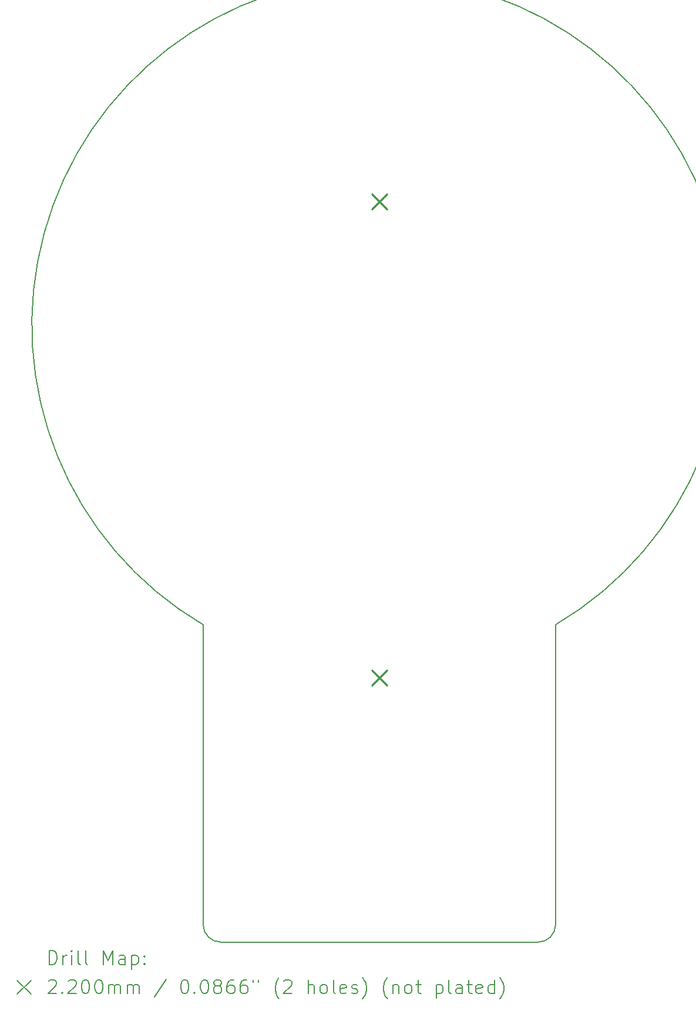
<source format=gbr>
%TF.GenerationSoftware,KiCad,Pcbnew,7.0.8*%
%TF.CreationDate,2023-11-22T11:24:06+01:00*%
%TF.ProjectId,ATMegaSpin,41544d65-6761-4537-9069-6e2e6b696361,2*%
%TF.SameCoordinates,Original*%
%TF.FileFunction,Drillmap*%
%TF.FilePolarity,Positive*%
%FSLAX45Y45*%
G04 Gerber Fmt 4.5, Leading zero omitted, Abs format (unit mm)*
G04 Created by KiCad (PCBNEW 7.0.8) date 2023-11-22 11:24:06*
%MOMM*%
%LPD*%
G01*
G04 APERTURE LIST*
%ADD10C,0.200000*%
%ADD11C,0.220000*%
G04 APERTURE END LIST*
D10*
X12626700Y-16969890D02*
X17198700Y-16969890D01*
X17452700Y-12397890D02*
X17452700Y-16715890D01*
X12372700Y-16715890D02*
G75*
G03*
X12626700Y-16969890I254000J0D01*
G01*
X17198700Y-16969890D02*
G75*
G03*
X17452700Y-16715890I0J254000D01*
G01*
X12372700Y-16715890D02*
X12372700Y-12397890D01*
X17452700Y-12397890D02*
G75*
G03*
X12372700Y-12397890I-2540000J4318000D01*
G01*
D11*
X14802700Y-6191890D02*
X15022700Y-6411890D01*
X15022700Y-6191890D02*
X14802700Y-6411890D01*
X14802700Y-13049890D02*
X15022700Y-13269890D01*
X15022700Y-13049890D02*
X14802700Y-13269890D01*
D10*
X10153814Y-17291374D02*
X10153814Y-17091374D01*
X10153814Y-17091374D02*
X10201433Y-17091374D01*
X10201433Y-17091374D02*
X10230004Y-17100898D01*
X10230004Y-17100898D02*
X10249052Y-17119945D01*
X10249052Y-17119945D02*
X10258576Y-17138993D01*
X10258576Y-17138993D02*
X10268100Y-17177088D01*
X10268100Y-17177088D02*
X10268100Y-17205660D01*
X10268100Y-17205660D02*
X10258576Y-17243755D01*
X10258576Y-17243755D02*
X10249052Y-17262802D01*
X10249052Y-17262802D02*
X10230004Y-17281850D01*
X10230004Y-17281850D02*
X10201433Y-17291374D01*
X10201433Y-17291374D02*
X10153814Y-17291374D01*
X10353814Y-17291374D02*
X10353814Y-17158040D01*
X10353814Y-17196136D02*
X10363338Y-17177088D01*
X10363338Y-17177088D02*
X10372862Y-17167564D01*
X10372862Y-17167564D02*
X10391909Y-17158040D01*
X10391909Y-17158040D02*
X10410957Y-17158040D01*
X10477623Y-17291374D02*
X10477623Y-17158040D01*
X10477623Y-17091374D02*
X10468100Y-17100898D01*
X10468100Y-17100898D02*
X10477623Y-17110421D01*
X10477623Y-17110421D02*
X10487147Y-17100898D01*
X10487147Y-17100898D02*
X10477623Y-17091374D01*
X10477623Y-17091374D02*
X10477623Y-17110421D01*
X10601433Y-17291374D02*
X10582385Y-17281850D01*
X10582385Y-17281850D02*
X10572862Y-17262802D01*
X10572862Y-17262802D02*
X10572862Y-17091374D01*
X10706195Y-17291374D02*
X10687147Y-17281850D01*
X10687147Y-17281850D02*
X10677623Y-17262802D01*
X10677623Y-17262802D02*
X10677623Y-17091374D01*
X10934766Y-17291374D02*
X10934766Y-17091374D01*
X10934766Y-17091374D02*
X11001433Y-17234231D01*
X11001433Y-17234231D02*
X11068100Y-17091374D01*
X11068100Y-17091374D02*
X11068100Y-17291374D01*
X11249052Y-17291374D02*
X11249052Y-17186612D01*
X11249052Y-17186612D02*
X11239528Y-17167564D01*
X11239528Y-17167564D02*
X11220481Y-17158040D01*
X11220481Y-17158040D02*
X11182385Y-17158040D01*
X11182385Y-17158040D02*
X11163338Y-17167564D01*
X11249052Y-17281850D02*
X11230004Y-17291374D01*
X11230004Y-17291374D02*
X11182385Y-17291374D01*
X11182385Y-17291374D02*
X11163338Y-17281850D01*
X11163338Y-17281850D02*
X11153814Y-17262802D01*
X11153814Y-17262802D02*
X11153814Y-17243755D01*
X11153814Y-17243755D02*
X11163338Y-17224707D01*
X11163338Y-17224707D02*
X11182385Y-17215183D01*
X11182385Y-17215183D02*
X11230004Y-17215183D01*
X11230004Y-17215183D02*
X11249052Y-17205660D01*
X11344290Y-17158040D02*
X11344290Y-17358040D01*
X11344290Y-17167564D02*
X11363338Y-17158040D01*
X11363338Y-17158040D02*
X11401433Y-17158040D01*
X11401433Y-17158040D02*
X11420481Y-17167564D01*
X11420481Y-17167564D02*
X11430004Y-17177088D01*
X11430004Y-17177088D02*
X11439528Y-17196136D01*
X11439528Y-17196136D02*
X11439528Y-17253279D01*
X11439528Y-17253279D02*
X11430004Y-17272326D01*
X11430004Y-17272326D02*
X11420481Y-17281850D01*
X11420481Y-17281850D02*
X11401433Y-17291374D01*
X11401433Y-17291374D02*
X11363338Y-17291374D01*
X11363338Y-17291374D02*
X11344290Y-17281850D01*
X11525242Y-17272326D02*
X11534766Y-17281850D01*
X11534766Y-17281850D02*
X11525242Y-17291374D01*
X11525242Y-17291374D02*
X11515719Y-17281850D01*
X11515719Y-17281850D02*
X11525242Y-17272326D01*
X11525242Y-17272326D02*
X11525242Y-17291374D01*
X11525242Y-17167564D02*
X11534766Y-17177088D01*
X11534766Y-17177088D02*
X11525242Y-17186612D01*
X11525242Y-17186612D02*
X11515719Y-17177088D01*
X11515719Y-17177088D02*
X11525242Y-17167564D01*
X11525242Y-17167564D02*
X11525242Y-17186612D01*
X9693037Y-17519890D02*
X9893037Y-17719890D01*
X9893037Y-17519890D02*
X9693037Y-17719890D01*
X10144290Y-17530421D02*
X10153814Y-17520898D01*
X10153814Y-17520898D02*
X10172862Y-17511374D01*
X10172862Y-17511374D02*
X10220481Y-17511374D01*
X10220481Y-17511374D02*
X10239528Y-17520898D01*
X10239528Y-17520898D02*
X10249052Y-17530421D01*
X10249052Y-17530421D02*
X10258576Y-17549469D01*
X10258576Y-17549469D02*
X10258576Y-17568517D01*
X10258576Y-17568517D02*
X10249052Y-17597088D01*
X10249052Y-17597088D02*
X10134766Y-17711374D01*
X10134766Y-17711374D02*
X10258576Y-17711374D01*
X10344290Y-17692326D02*
X10353814Y-17701850D01*
X10353814Y-17701850D02*
X10344290Y-17711374D01*
X10344290Y-17711374D02*
X10334766Y-17701850D01*
X10334766Y-17701850D02*
X10344290Y-17692326D01*
X10344290Y-17692326D02*
X10344290Y-17711374D01*
X10430004Y-17530421D02*
X10439528Y-17520898D01*
X10439528Y-17520898D02*
X10458576Y-17511374D01*
X10458576Y-17511374D02*
X10506195Y-17511374D01*
X10506195Y-17511374D02*
X10525243Y-17520898D01*
X10525243Y-17520898D02*
X10534766Y-17530421D01*
X10534766Y-17530421D02*
X10544290Y-17549469D01*
X10544290Y-17549469D02*
X10544290Y-17568517D01*
X10544290Y-17568517D02*
X10534766Y-17597088D01*
X10534766Y-17597088D02*
X10420481Y-17711374D01*
X10420481Y-17711374D02*
X10544290Y-17711374D01*
X10668100Y-17511374D02*
X10687147Y-17511374D01*
X10687147Y-17511374D02*
X10706195Y-17520898D01*
X10706195Y-17520898D02*
X10715719Y-17530421D01*
X10715719Y-17530421D02*
X10725243Y-17549469D01*
X10725243Y-17549469D02*
X10734766Y-17587564D01*
X10734766Y-17587564D02*
X10734766Y-17635183D01*
X10734766Y-17635183D02*
X10725243Y-17673279D01*
X10725243Y-17673279D02*
X10715719Y-17692326D01*
X10715719Y-17692326D02*
X10706195Y-17701850D01*
X10706195Y-17701850D02*
X10687147Y-17711374D01*
X10687147Y-17711374D02*
X10668100Y-17711374D01*
X10668100Y-17711374D02*
X10649052Y-17701850D01*
X10649052Y-17701850D02*
X10639528Y-17692326D01*
X10639528Y-17692326D02*
X10630004Y-17673279D01*
X10630004Y-17673279D02*
X10620481Y-17635183D01*
X10620481Y-17635183D02*
X10620481Y-17587564D01*
X10620481Y-17587564D02*
X10630004Y-17549469D01*
X10630004Y-17549469D02*
X10639528Y-17530421D01*
X10639528Y-17530421D02*
X10649052Y-17520898D01*
X10649052Y-17520898D02*
X10668100Y-17511374D01*
X10858576Y-17511374D02*
X10877624Y-17511374D01*
X10877624Y-17511374D02*
X10896671Y-17520898D01*
X10896671Y-17520898D02*
X10906195Y-17530421D01*
X10906195Y-17530421D02*
X10915719Y-17549469D01*
X10915719Y-17549469D02*
X10925243Y-17587564D01*
X10925243Y-17587564D02*
X10925243Y-17635183D01*
X10925243Y-17635183D02*
X10915719Y-17673279D01*
X10915719Y-17673279D02*
X10906195Y-17692326D01*
X10906195Y-17692326D02*
X10896671Y-17701850D01*
X10896671Y-17701850D02*
X10877624Y-17711374D01*
X10877624Y-17711374D02*
X10858576Y-17711374D01*
X10858576Y-17711374D02*
X10839528Y-17701850D01*
X10839528Y-17701850D02*
X10830004Y-17692326D01*
X10830004Y-17692326D02*
X10820481Y-17673279D01*
X10820481Y-17673279D02*
X10810957Y-17635183D01*
X10810957Y-17635183D02*
X10810957Y-17587564D01*
X10810957Y-17587564D02*
X10820481Y-17549469D01*
X10820481Y-17549469D02*
X10830004Y-17530421D01*
X10830004Y-17530421D02*
X10839528Y-17520898D01*
X10839528Y-17520898D02*
X10858576Y-17511374D01*
X11010957Y-17711374D02*
X11010957Y-17578040D01*
X11010957Y-17597088D02*
X11020481Y-17587564D01*
X11020481Y-17587564D02*
X11039528Y-17578040D01*
X11039528Y-17578040D02*
X11068100Y-17578040D01*
X11068100Y-17578040D02*
X11087147Y-17587564D01*
X11087147Y-17587564D02*
X11096671Y-17606612D01*
X11096671Y-17606612D02*
X11096671Y-17711374D01*
X11096671Y-17606612D02*
X11106195Y-17587564D01*
X11106195Y-17587564D02*
X11125243Y-17578040D01*
X11125243Y-17578040D02*
X11153814Y-17578040D01*
X11153814Y-17578040D02*
X11172862Y-17587564D01*
X11172862Y-17587564D02*
X11182385Y-17606612D01*
X11182385Y-17606612D02*
X11182385Y-17711374D01*
X11277623Y-17711374D02*
X11277623Y-17578040D01*
X11277623Y-17597088D02*
X11287147Y-17587564D01*
X11287147Y-17587564D02*
X11306195Y-17578040D01*
X11306195Y-17578040D02*
X11334766Y-17578040D01*
X11334766Y-17578040D02*
X11353814Y-17587564D01*
X11353814Y-17587564D02*
X11363338Y-17606612D01*
X11363338Y-17606612D02*
X11363338Y-17711374D01*
X11363338Y-17606612D02*
X11372862Y-17587564D01*
X11372862Y-17587564D02*
X11391909Y-17578040D01*
X11391909Y-17578040D02*
X11420481Y-17578040D01*
X11420481Y-17578040D02*
X11439528Y-17587564D01*
X11439528Y-17587564D02*
X11449052Y-17606612D01*
X11449052Y-17606612D02*
X11449052Y-17711374D01*
X11839528Y-17501850D02*
X11668100Y-17758993D01*
X12096671Y-17511374D02*
X12115719Y-17511374D01*
X12115719Y-17511374D02*
X12134766Y-17520898D01*
X12134766Y-17520898D02*
X12144290Y-17530421D01*
X12144290Y-17530421D02*
X12153814Y-17549469D01*
X12153814Y-17549469D02*
X12163338Y-17587564D01*
X12163338Y-17587564D02*
X12163338Y-17635183D01*
X12163338Y-17635183D02*
X12153814Y-17673279D01*
X12153814Y-17673279D02*
X12144290Y-17692326D01*
X12144290Y-17692326D02*
X12134766Y-17701850D01*
X12134766Y-17701850D02*
X12115719Y-17711374D01*
X12115719Y-17711374D02*
X12096671Y-17711374D01*
X12096671Y-17711374D02*
X12077624Y-17701850D01*
X12077624Y-17701850D02*
X12068100Y-17692326D01*
X12068100Y-17692326D02*
X12058576Y-17673279D01*
X12058576Y-17673279D02*
X12049052Y-17635183D01*
X12049052Y-17635183D02*
X12049052Y-17587564D01*
X12049052Y-17587564D02*
X12058576Y-17549469D01*
X12058576Y-17549469D02*
X12068100Y-17530421D01*
X12068100Y-17530421D02*
X12077624Y-17520898D01*
X12077624Y-17520898D02*
X12096671Y-17511374D01*
X12249052Y-17692326D02*
X12258576Y-17701850D01*
X12258576Y-17701850D02*
X12249052Y-17711374D01*
X12249052Y-17711374D02*
X12239528Y-17701850D01*
X12239528Y-17701850D02*
X12249052Y-17692326D01*
X12249052Y-17692326D02*
X12249052Y-17711374D01*
X12382385Y-17511374D02*
X12401433Y-17511374D01*
X12401433Y-17511374D02*
X12420481Y-17520898D01*
X12420481Y-17520898D02*
X12430005Y-17530421D01*
X12430005Y-17530421D02*
X12439528Y-17549469D01*
X12439528Y-17549469D02*
X12449052Y-17587564D01*
X12449052Y-17587564D02*
X12449052Y-17635183D01*
X12449052Y-17635183D02*
X12439528Y-17673279D01*
X12439528Y-17673279D02*
X12430005Y-17692326D01*
X12430005Y-17692326D02*
X12420481Y-17701850D01*
X12420481Y-17701850D02*
X12401433Y-17711374D01*
X12401433Y-17711374D02*
X12382385Y-17711374D01*
X12382385Y-17711374D02*
X12363338Y-17701850D01*
X12363338Y-17701850D02*
X12353814Y-17692326D01*
X12353814Y-17692326D02*
X12344290Y-17673279D01*
X12344290Y-17673279D02*
X12334766Y-17635183D01*
X12334766Y-17635183D02*
X12334766Y-17587564D01*
X12334766Y-17587564D02*
X12344290Y-17549469D01*
X12344290Y-17549469D02*
X12353814Y-17530421D01*
X12353814Y-17530421D02*
X12363338Y-17520898D01*
X12363338Y-17520898D02*
X12382385Y-17511374D01*
X12563338Y-17597088D02*
X12544290Y-17587564D01*
X12544290Y-17587564D02*
X12534766Y-17578040D01*
X12534766Y-17578040D02*
X12525243Y-17558993D01*
X12525243Y-17558993D02*
X12525243Y-17549469D01*
X12525243Y-17549469D02*
X12534766Y-17530421D01*
X12534766Y-17530421D02*
X12544290Y-17520898D01*
X12544290Y-17520898D02*
X12563338Y-17511374D01*
X12563338Y-17511374D02*
X12601433Y-17511374D01*
X12601433Y-17511374D02*
X12620481Y-17520898D01*
X12620481Y-17520898D02*
X12630005Y-17530421D01*
X12630005Y-17530421D02*
X12639528Y-17549469D01*
X12639528Y-17549469D02*
X12639528Y-17558993D01*
X12639528Y-17558993D02*
X12630005Y-17578040D01*
X12630005Y-17578040D02*
X12620481Y-17587564D01*
X12620481Y-17587564D02*
X12601433Y-17597088D01*
X12601433Y-17597088D02*
X12563338Y-17597088D01*
X12563338Y-17597088D02*
X12544290Y-17606612D01*
X12544290Y-17606612D02*
X12534766Y-17616136D01*
X12534766Y-17616136D02*
X12525243Y-17635183D01*
X12525243Y-17635183D02*
X12525243Y-17673279D01*
X12525243Y-17673279D02*
X12534766Y-17692326D01*
X12534766Y-17692326D02*
X12544290Y-17701850D01*
X12544290Y-17701850D02*
X12563338Y-17711374D01*
X12563338Y-17711374D02*
X12601433Y-17711374D01*
X12601433Y-17711374D02*
X12620481Y-17701850D01*
X12620481Y-17701850D02*
X12630005Y-17692326D01*
X12630005Y-17692326D02*
X12639528Y-17673279D01*
X12639528Y-17673279D02*
X12639528Y-17635183D01*
X12639528Y-17635183D02*
X12630005Y-17616136D01*
X12630005Y-17616136D02*
X12620481Y-17606612D01*
X12620481Y-17606612D02*
X12601433Y-17597088D01*
X12810957Y-17511374D02*
X12772862Y-17511374D01*
X12772862Y-17511374D02*
X12753814Y-17520898D01*
X12753814Y-17520898D02*
X12744290Y-17530421D01*
X12744290Y-17530421D02*
X12725243Y-17558993D01*
X12725243Y-17558993D02*
X12715719Y-17597088D01*
X12715719Y-17597088D02*
X12715719Y-17673279D01*
X12715719Y-17673279D02*
X12725243Y-17692326D01*
X12725243Y-17692326D02*
X12734766Y-17701850D01*
X12734766Y-17701850D02*
X12753814Y-17711374D01*
X12753814Y-17711374D02*
X12791909Y-17711374D01*
X12791909Y-17711374D02*
X12810957Y-17701850D01*
X12810957Y-17701850D02*
X12820481Y-17692326D01*
X12820481Y-17692326D02*
X12830005Y-17673279D01*
X12830005Y-17673279D02*
X12830005Y-17625660D01*
X12830005Y-17625660D02*
X12820481Y-17606612D01*
X12820481Y-17606612D02*
X12810957Y-17597088D01*
X12810957Y-17597088D02*
X12791909Y-17587564D01*
X12791909Y-17587564D02*
X12753814Y-17587564D01*
X12753814Y-17587564D02*
X12734766Y-17597088D01*
X12734766Y-17597088D02*
X12725243Y-17606612D01*
X12725243Y-17606612D02*
X12715719Y-17625660D01*
X13001433Y-17511374D02*
X12963338Y-17511374D01*
X12963338Y-17511374D02*
X12944290Y-17520898D01*
X12944290Y-17520898D02*
X12934766Y-17530421D01*
X12934766Y-17530421D02*
X12915719Y-17558993D01*
X12915719Y-17558993D02*
X12906195Y-17597088D01*
X12906195Y-17597088D02*
X12906195Y-17673279D01*
X12906195Y-17673279D02*
X12915719Y-17692326D01*
X12915719Y-17692326D02*
X12925243Y-17701850D01*
X12925243Y-17701850D02*
X12944290Y-17711374D01*
X12944290Y-17711374D02*
X12982386Y-17711374D01*
X12982386Y-17711374D02*
X13001433Y-17701850D01*
X13001433Y-17701850D02*
X13010957Y-17692326D01*
X13010957Y-17692326D02*
X13020481Y-17673279D01*
X13020481Y-17673279D02*
X13020481Y-17625660D01*
X13020481Y-17625660D02*
X13010957Y-17606612D01*
X13010957Y-17606612D02*
X13001433Y-17597088D01*
X13001433Y-17597088D02*
X12982386Y-17587564D01*
X12982386Y-17587564D02*
X12944290Y-17587564D01*
X12944290Y-17587564D02*
X12925243Y-17597088D01*
X12925243Y-17597088D02*
X12915719Y-17606612D01*
X12915719Y-17606612D02*
X12906195Y-17625660D01*
X13096671Y-17511374D02*
X13096671Y-17549469D01*
X13172862Y-17511374D02*
X13172862Y-17549469D01*
X13468100Y-17787564D02*
X13458576Y-17778040D01*
X13458576Y-17778040D02*
X13439528Y-17749469D01*
X13439528Y-17749469D02*
X13430005Y-17730421D01*
X13430005Y-17730421D02*
X13420481Y-17701850D01*
X13420481Y-17701850D02*
X13410957Y-17654231D01*
X13410957Y-17654231D02*
X13410957Y-17616136D01*
X13410957Y-17616136D02*
X13420481Y-17568517D01*
X13420481Y-17568517D02*
X13430005Y-17539945D01*
X13430005Y-17539945D02*
X13439528Y-17520898D01*
X13439528Y-17520898D02*
X13458576Y-17492326D01*
X13458576Y-17492326D02*
X13468100Y-17482802D01*
X13534767Y-17530421D02*
X13544290Y-17520898D01*
X13544290Y-17520898D02*
X13563338Y-17511374D01*
X13563338Y-17511374D02*
X13610957Y-17511374D01*
X13610957Y-17511374D02*
X13630005Y-17520898D01*
X13630005Y-17520898D02*
X13639528Y-17530421D01*
X13639528Y-17530421D02*
X13649052Y-17549469D01*
X13649052Y-17549469D02*
X13649052Y-17568517D01*
X13649052Y-17568517D02*
X13639528Y-17597088D01*
X13639528Y-17597088D02*
X13525243Y-17711374D01*
X13525243Y-17711374D02*
X13649052Y-17711374D01*
X13887148Y-17711374D02*
X13887148Y-17511374D01*
X13972862Y-17711374D02*
X13972862Y-17606612D01*
X13972862Y-17606612D02*
X13963338Y-17587564D01*
X13963338Y-17587564D02*
X13944290Y-17578040D01*
X13944290Y-17578040D02*
X13915719Y-17578040D01*
X13915719Y-17578040D02*
X13896671Y-17587564D01*
X13896671Y-17587564D02*
X13887148Y-17597088D01*
X14096671Y-17711374D02*
X14077624Y-17701850D01*
X14077624Y-17701850D02*
X14068100Y-17692326D01*
X14068100Y-17692326D02*
X14058576Y-17673279D01*
X14058576Y-17673279D02*
X14058576Y-17616136D01*
X14058576Y-17616136D02*
X14068100Y-17597088D01*
X14068100Y-17597088D02*
X14077624Y-17587564D01*
X14077624Y-17587564D02*
X14096671Y-17578040D01*
X14096671Y-17578040D02*
X14125243Y-17578040D01*
X14125243Y-17578040D02*
X14144290Y-17587564D01*
X14144290Y-17587564D02*
X14153814Y-17597088D01*
X14153814Y-17597088D02*
X14163338Y-17616136D01*
X14163338Y-17616136D02*
X14163338Y-17673279D01*
X14163338Y-17673279D02*
X14153814Y-17692326D01*
X14153814Y-17692326D02*
X14144290Y-17701850D01*
X14144290Y-17701850D02*
X14125243Y-17711374D01*
X14125243Y-17711374D02*
X14096671Y-17711374D01*
X14277624Y-17711374D02*
X14258576Y-17701850D01*
X14258576Y-17701850D02*
X14249052Y-17682802D01*
X14249052Y-17682802D02*
X14249052Y-17511374D01*
X14430005Y-17701850D02*
X14410957Y-17711374D01*
X14410957Y-17711374D02*
X14372862Y-17711374D01*
X14372862Y-17711374D02*
X14353814Y-17701850D01*
X14353814Y-17701850D02*
X14344290Y-17682802D01*
X14344290Y-17682802D02*
X14344290Y-17606612D01*
X14344290Y-17606612D02*
X14353814Y-17587564D01*
X14353814Y-17587564D02*
X14372862Y-17578040D01*
X14372862Y-17578040D02*
X14410957Y-17578040D01*
X14410957Y-17578040D02*
X14430005Y-17587564D01*
X14430005Y-17587564D02*
X14439529Y-17606612D01*
X14439529Y-17606612D02*
X14439529Y-17625660D01*
X14439529Y-17625660D02*
X14344290Y-17644707D01*
X14515719Y-17701850D02*
X14534767Y-17711374D01*
X14534767Y-17711374D02*
X14572862Y-17711374D01*
X14572862Y-17711374D02*
X14591910Y-17701850D01*
X14591910Y-17701850D02*
X14601433Y-17682802D01*
X14601433Y-17682802D02*
X14601433Y-17673279D01*
X14601433Y-17673279D02*
X14591910Y-17654231D01*
X14591910Y-17654231D02*
X14572862Y-17644707D01*
X14572862Y-17644707D02*
X14544290Y-17644707D01*
X14544290Y-17644707D02*
X14525243Y-17635183D01*
X14525243Y-17635183D02*
X14515719Y-17616136D01*
X14515719Y-17616136D02*
X14515719Y-17606612D01*
X14515719Y-17606612D02*
X14525243Y-17587564D01*
X14525243Y-17587564D02*
X14544290Y-17578040D01*
X14544290Y-17578040D02*
X14572862Y-17578040D01*
X14572862Y-17578040D02*
X14591910Y-17587564D01*
X14668100Y-17787564D02*
X14677624Y-17778040D01*
X14677624Y-17778040D02*
X14696671Y-17749469D01*
X14696671Y-17749469D02*
X14706195Y-17730421D01*
X14706195Y-17730421D02*
X14715719Y-17701850D01*
X14715719Y-17701850D02*
X14725243Y-17654231D01*
X14725243Y-17654231D02*
X14725243Y-17616136D01*
X14725243Y-17616136D02*
X14715719Y-17568517D01*
X14715719Y-17568517D02*
X14706195Y-17539945D01*
X14706195Y-17539945D02*
X14696671Y-17520898D01*
X14696671Y-17520898D02*
X14677624Y-17492326D01*
X14677624Y-17492326D02*
X14668100Y-17482802D01*
X15030005Y-17787564D02*
X15020481Y-17778040D01*
X15020481Y-17778040D02*
X15001433Y-17749469D01*
X15001433Y-17749469D02*
X14991910Y-17730421D01*
X14991910Y-17730421D02*
X14982386Y-17701850D01*
X14982386Y-17701850D02*
X14972862Y-17654231D01*
X14972862Y-17654231D02*
X14972862Y-17616136D01*
X14972862Y-17616136D02*
X14982386Y-17568517D01*
X14982386Y-17568517D02*
X14991910Y-17539945D01*
X14991910Y-17539945D02*
X15001433Y-17520898D01*
X15001433Y-17520898D02*
X15020481Y-17492326D01*
X15020481Y-17492326D02*
X15030005Y-17482802D01*
X15106195Y-17578040D02*
X15106195Y-17711374D01*
X15106195Y-17597088D02*
X15115719Y-17587564D01*
X15115719Y-17587564D02*
X15134767Y-17578040D01*
X15134767Y-17578040D02*
X15163338Y-17578040D01*
X15163338Y-17578040D02*
X15182386Y-17587564D01*
X15182386Y-17587564D02*
X15191910Y-17606612D01*
X15191910Y-17606612D02*
X15191910Y-17711374D01*
X15315719Y-17711374D02*
X15296671Y-17701850D01*
X15296671Y-17701850D02*
X15287148Y-17692326D01*
X15287148Y-17692326D02*
X15277624Y-17673279D01*
X15277624Y-17673279D02*
X15277624Y-17616136D01*
X15277624Y-17616136D02*
X15287148Y-17597088D01*
X15287148Y-17597088D02*
X15296671Y-17587564D01*
X15296671Y-17587564D02*
X15315719Y-17578040D01*
X15315719Y-17578040D02*
X15344291Y-17578040D01*
X15344291Y-17578040D02*
X15363338Y-17587564D01*
X15363338Y-17587564D02*
X15372862Y-17597088D01*
X15372862Y-17597088D02*
X15382386Y-17616136D01*
X15382386Y-17616136D02*
X15382386Y-17673279D01*
X15382386Y-17673279D02*
X15372862Y-17692326D01*
X15372862Y-17692326D02*
X15363338Y-17701850D01*
X15363338Y-17701850D02*
X15344291Y-17711374D01*
X15344291Y-17711374D02*
X15315719Y-17711374D01*
X15439529Y-17578040D02*
X15515719Y-17578040D01*
X15468100Y-17511374D02*
X15468100Y-17682802D01*
X15468100Y-17682802D02*
X15477624Y-17701850D01*
X15477624Y-17701850D02*
X15496671Y-17711374D01*
X15496671Y-17711374D02*
X15515719Y-17711374D01*
X15734767Y-17578040D02*
X15734767Y-17778040D01*
X15734767Y-17587564D02*
X15753814Y-17578040D01*
X15753814Y-17578040D02*
X15791910Y-17578040D01*
X15791910Y-17578040D02*
X15810957Y-17587564D01*
X15810957Y-17587564D02*
X15820481Y-17597088D01*
X15820481Y-17597088D02*
X15830005Y-17616136D01*
X15830005Y-17616136D02*
X15830005Y-17673279D01*
X15830005Y-17673279D02*
X15820481Y-17692326D01*
X15820481Y-17692326D02*
X15810957Y-17701850D01*
X15810957Y-17701850D02*
X15791910Y-17711374D01*
X15791910Y-17711374D02*
X15753814Y-17711374D01*
X15753814Y-17711374D02*
X15734767Y-17701850D01*
X15944291Y-17711374D02*
X15925243Y-17701850D01*
X15925243Y-17701850D02*
X15915719Y-17682802D01*
X15915719Y-17682802D02*
X15915719Y-17511374D01*
X16106195Y-17711374D02*
X16106195Y-17606612D01*
X16106195Y-17606612D02*
X16096672Y-17587564D01*
X16096672Y-17587564D02*
X16077624Y-17578040D01*
X16077624Y-17578040D02*
X16039529Y-17578040D01*
X16039529Y-17578040D02*
X16020481Y-17587564D01*
X16106195Y-17701850D02*
X16087148Y-17711374D01*
X16087148Y-17711374D02*
X16039529Y-17711374D01*
X16039529Y-17711374D02*
X16020481Y-17701850D01*
X16020481Y-17701850D02*
X16010957Y-17682802D01*
X16010957Y-17682802D02*
X16010957Y-17663755D01*
X16010957Y-17663755D02*
X16020481Y-17644707D01*
X16020481Y-17644707D02*
X16039529Y-17635183D01*
X16039529Y-17635183D02*
X16087148Y-17635183D01*
X16087148Y-17635183D02*
X16106195Y-17625660D01*
X16172862Y-17578040D02*
X16249052Y-17578040D01*
X16201433Y-17511374D02*
X16201433Y-17682802D01*
X16201433Y-17682802D02*
X16210957Y-17701850D01*
X16210957Y-17701850D02*
X16230005Y-17711374D01*
X16230005Y-17711374D02*
X16249052Y-17711374D01*
X16391910Y-17701850D02*
X16372862Y-17711374D01*
X16372862Y-17711374D02*
X16334767Y-17711374D01*
X16334767Y-17711374D02*
X16315719Y-17701850D01*
X16315719Y-17701850D02*
X16306195Y-17682802D01*
X16306195Y-17682802D02*
X16306195Y-17606612D01*
X16306195Y-17606612D02*
X16315719Y-17587564D01*
X16315719Y-17587564D02*
X16334767Y-17578040D01*
X16334767Y-17578040D02*
X16372862Y-17578040D01*
X16372862Y-17578040D02*
X16391910Y-17587564D01*
X16391910Y-17587564D02*
X16401433Y-17606612D01*
X16401433Y-17606612D02*
X16401433Y-17625660D01*
X16401433Y-17625660D02*
X16306195Y-17644707D01*
X16572862Y-17711374D02*
X16572862Y-17511374D01*
X16572862Y-17701850D02*
X16553814Y-17711374D01*
X16553814Y-17711374D02*
X16515719Y-17711374D01*
X16515719Y-17711374D02*
X16496672Y-17701850D01*
X16496672Y-17701850D02*
X16487148Y-17692326D01*
X16487148Y-17692326D02*
X16477624Y-17673279D01*
X16477624Y-17673279D02*
X16477624Y-17616136D01*
X16477624Y-17616136D02*
X16487148Y-17597088D01*
X16487148Y-17597088D02*
X16496672Y-17587564D01*
X16496672Y-17587564D02*
X16515719Y-17578040D01*
X16515719Y-17578040D02*
X16553814Y-17578040D01*
X16553814Y-17578040D02*
X16572862Y-17587564D01*
X16649053Y-17787564D02*
X16658576Y-17778040D01*
X16658576Y-17778040D02*
X16677624Y-17749469D01*
X16677624Y-17749469D02*
X16687148Y-17730421D01*
X16687148Y-17730421D02*
X16696672Y-17701850D01*
X16696672Y-17701850D02*
X16706195Y-17654231D01*
X16706195Y-17654231D02*
X16706195Y-17616136D01*
X16706195Y-17616136D02*
X16696672Y-17568517D01*
X16696672Y-17568517D02*
X16687148Y-17539945D01*
X16687148Y-17539945D02*
X16677624Y-17520898D01*
X16677624Y-17520898D02*
X16658576Y-17492326D01*
X16658576Y-17492326D02*
X16649053Y-17482802D01*
M02*

</source>
